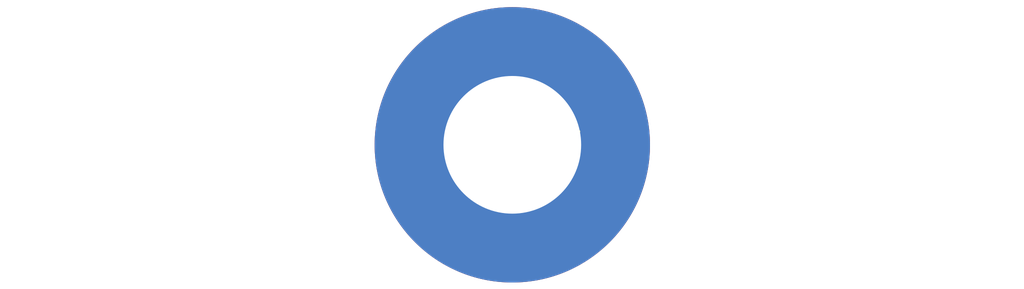
<source format=kicad_pcb>
(kicad_pcb (version 20240108) (generator pcbnew)
  (layers (0 "F.Cu" signal) (31 "B.Cu" signal) (34 "B.Paste" user) (35 "F.Paste" user) (36 "B.SilkS" user "B.Silkscreen") (37 "F.SilkS" user "F.Silkscreen") (38 "B.Mask" user) (39 "F.Mask" user) (44 "Edge.Cuts" user))
  (net 0 "")
  (footprint "MountingHole_5.3mm_M5_Pad_TopBottom" (layer "F.Cu") (at 0 0)
    (property "Reference" "REF**")
    (property "Value" "MountingHole_5.3mm_M5_Pad_TopBottom")
    (pad "1" thru_hole circle (at 0 0) (size 5.7 5.7) (drill 5.3) (layers *.Cu *.Mask) (remove_unused_layers))
    (pad "1" connect circle (at 0 0) (size 10.6 10.6) (layers "F.Cu" "F.Mask"))
    (pad "1" connect circle (at 0 0) (size 10.6 10.6) (layers "B.Cu" "B.Mask"))
  )
)
</source>
